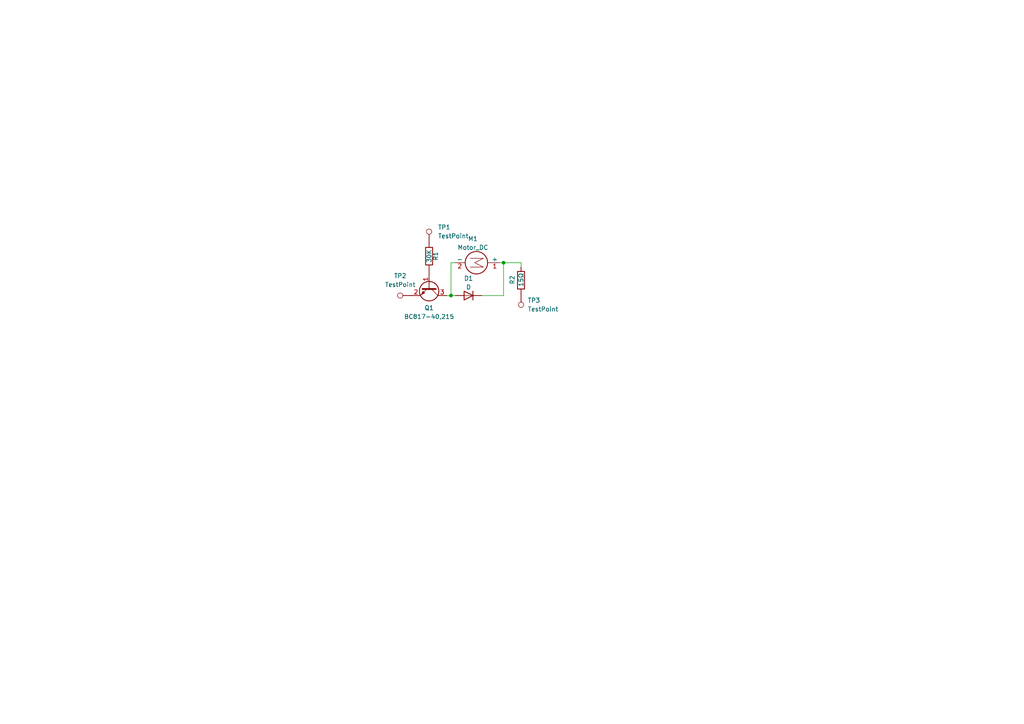
<source format=kicad_sch>
(kicad_sch (version 20211123) (generator eeschema)
  (paper "A4")
  (lib_symbols
    (symbol "Connector:TestPoint" (pin_numbers hide) (pin_names (offset 0.762) hide)
      (property "Reference" "TP" (at 0 6.858 0))
      (property "Value" "TestPoint" (at 0 5.08 0))
      (symbol "TestPoint_0_1"
        (circle (center 0 3.302) (radius 0.762))
      )
      (symbol "TestPoint_1_1"
        (pin passive line (at 0 0 90) (length 2.54) (name "1") (number "1"))
      )
    )
    (symbol "Device:D" (pin_numbers hide) (pin_names (offset 1.016) hide)
      (property "Reference" "D" (at 0 2.54 0))
      (property "Value" "D" (at 0 -2.54 0))
      (symbol "D_0_1"
        (polyline (pts (xy -1.27 1.27) (xy -1.27 -1.27)) (stroke (width 0.254)))
        (polyline (pts (xy 1.27 0) (xy -1.27 0)))
        (polyline (pts (xy 1.27 1.27) (xy 1.27 -1.27) (xy -1.27 0) (xy 1.27 1.27)) (stroke (width 0.254)))
      )
      (symbol "D_1_1"
        (pin passive line (at -3.81 0 0) (length 2.54) (name "K") (number "1"))
        (pin passive line (at 3.81 0 180) (length 2.54) (name "A") (number "2"))
      )
    )
    (symbol "Device:Q_NPN_BEC" (pin_names (offset 0) hide)
      (property "Reference" "Q" (at 5.08 1.27 0))
      (property "Value" "Q_NPN_BEC" (at 5.08 -1.27 0))
      (symbol "Q_NPN_BEC_0_1"
        (polyline (pts (xy 0.635 0.635) (xy 2.54 2.54)))
        (polyline (pts (xy 0.635 -0.635) (xy 2.54 -2.54) (xy 2.54 -2.54)))
        (polyline (pts (xy 0.635 1.905) (xy 0.635 -1.905) (xy 0.635 -1.905)) (stroke (width 0.508)))
        (polyline (pts (xy 1.27 -1.778) (xy 1.778 -1.27) (xy 2.286 -2.286) (xy 1.27 -1.778) (xy 1.27 -1.778)) (fill (type outline)))
        (circle (center 1.27 0) (radius 2.8194) (stroke (width 0.254)))
      )
      (symbol "Q_NPN_BEC_1_1"
        (pin input line (at -5.08 0 0) (length 5.715) (name "B") (number "1"))
        (pin passive line (at 2.54 -5.08 90) (length 2.54) (name "E") (number "2"))
        (pin passive line (at 2.54 5.08 270) (length 2.54) (name "C") (number "3"))
      )
    )
    (symbol "Device:R" (pin_numbers hide) (pin_names (offset 0))
      (property "Reference" "R" (at 2.032 0 90))
      (property "Value" "R" (at 0 0 90))
      (symbol "R_0_1"
        (rectangle (start -1.016 -2.54) (end 1.016 2.54) (stroke (width 0.254)))
      )
      (symbol "R_1_1"
        (pin passive line (at 0 3.81 270) (length 1.27) (name "~") (number "1"))
        (pin passive line (at 0 -3.81 90) (length 1.27) (name "~") (number "2"))
      )
    )
    (symbol "Motor:Motor_DC" (pin_names (offset 0))
      (property "Reference" "M" (at 2.54 2.54 0))
      (property "Value" "Motor_DC" (at 2.54 -5.08 0))
      (symbol "Motor_DC_0_0"
        (polyline (pts (xy -1.27 -3.302) (xy -1.27 0.508) (xy 0 -2.032) (xy 1.27 0.508) (xy 1.27 -3.302)))
      )
      (symbol "Motor_DC_0_1"
        (circle (center 0 -1.524) (radius 3.2512) (stroke (width 0.254)))
        (polyline (pts (xy 0 -7.62) (xy 0 -7.112)))
        (polyline (pts (xy 0 -4.7752) (xy 0 -5.1816)))
        (polyline (pts (xy 0 1.7272) (xy 0 2.0828)))
        (polyline (pts (xy 0 2.032) (xy 0 2.54)))
      )
      (symbol "Motor_DC_1_1"
        (pin passive line (at 0 5.08 270) (length 2.54) (name "+") (number "1"))
        (pin passive line (at 0 -7.62 90) (length 2.54) (name "-") (number "2"))
      )
    )
  )
  (junction (at 146.05 76.2))
  (junction (at 130.81 85.725))
  (wire (pts (xy 146.05 76.2) (xy 151.13 76.2)))
  (wire (pts (xy 129.54 85.725) (xy 130.81 85.725)))
  (wire (pts (xy 132.08 76.2) (xy 130.81 76.2)))
  (wire (pts (xy 146.05 76.2) (xy 146.05 85.725)))
  (wire (pts (xy 130.81 76.2) (xy 130.81 85.725)))
  (wire (pts (xy 146.05 85.725) (xy 139.7 85.725)))
  (wire (pts (xy 130.81 85.725) (xy 132.08 85.725)))
  (wire (pts (xy 144.78 76.2) (xy 146.05 76.2)))
  (wire (pts (xy 151.13 76.2) (xy 151.13 77.47)))
  (symbol (lib_id "Connector:TestPoint") (at 151.13 85.09 180) (unit 1)
    (property "Reference" "TP3" (at 153.035 87.1219 0) (effects (justify right)))
    (property "Value" "TestPoint" (at 153.035 89.6619 0) (effects (justify right)))
    (property "Footprint" "custom_connectors:2mm_test_point_smd" (effects hide))
  )
  (symbol (lib_id "Device:R") (at 151.13 81.28 0) (unit 1)
    (property "Reference" "R2" (at 148.59 82.55 90) (effects (justify left)))
    (property "Value" "15Ω" (at 151.13 83.185 90) (effects (justify left)))
    (property "Footprint" "Resistor_SMD:R_0603_1608Metric" (effects hide))
  )
  (symbol (lib_id "Connector:TestPoint") (at 119.38 85.725 90) (unit 1)
    (property "Reference" "TP2" (at 116.078 80.01 90))
    (property "Value" "TestPoint" (at 116.078 82.55 90))
    (property "Footprint" "custom_connectors:2mm_test_point_smd" (effects hide))
  )
  (symbol (lib_id "Connector:TestPoint") (at 124.46 70.485 0) (unit 1)
    (property "Reference" "TP1" (at 127 65.9129 0) (effects (justify left)))
    (property "Value" "TestPoint" (at 127 68.4529 0) (effects (justify left)))
    (property "Footprint" "custom_connectors:2mm_test_point_smd" (effects hide))
  )
  (symbol (lib_id "Motor:Motor_DC") (at 139.7 76.2 270) (unit 1)
    (property "Reference" "M1" (at 137.16 69.249 90))
    (property "Value" "Motor_DC" (at 137.16 71.7859 90))
    (property "Footprint" "custom_connectors:ANDA-T1035_vib_motor" (effects hide))
  )
  (symbol (lib_id "Device:R") (at 124.46 74.295 0) (unit 1)
    (property "Reference" "R1" (at 126.365 74.295 90))
    (property "Value" "30K" (at 124.46 74.295 90))
    (property "Footprint" "Resistor_SMD:R_0603_1608Metric" (effects hide))
  )
  (symbol (lib_id "Device:Q_NPN_BEC") (at 124.46 83.185 270) (unit 1)
    (property "Reference" "Q1" (at 124.46 89.3048 90))
    (property "Value" "BC817-40,215" (at 124.46 91.8417 90))
    (property "Footprint" "Package_TO_SOT_SMD:SOT-23" (effects hide))
  )
  (symbol (lib_id "Device:D") (at 135.89 85.725 180) (unit 1)
    (property "Reference" "D1" (at 135.89 80.7552 0))
    (property "Value" "D" (at 135.89 83.2921 0))
    (property "Footprint" "Diode_SMD:D_SOD-123" (effects hide))
  )
)
</source>
